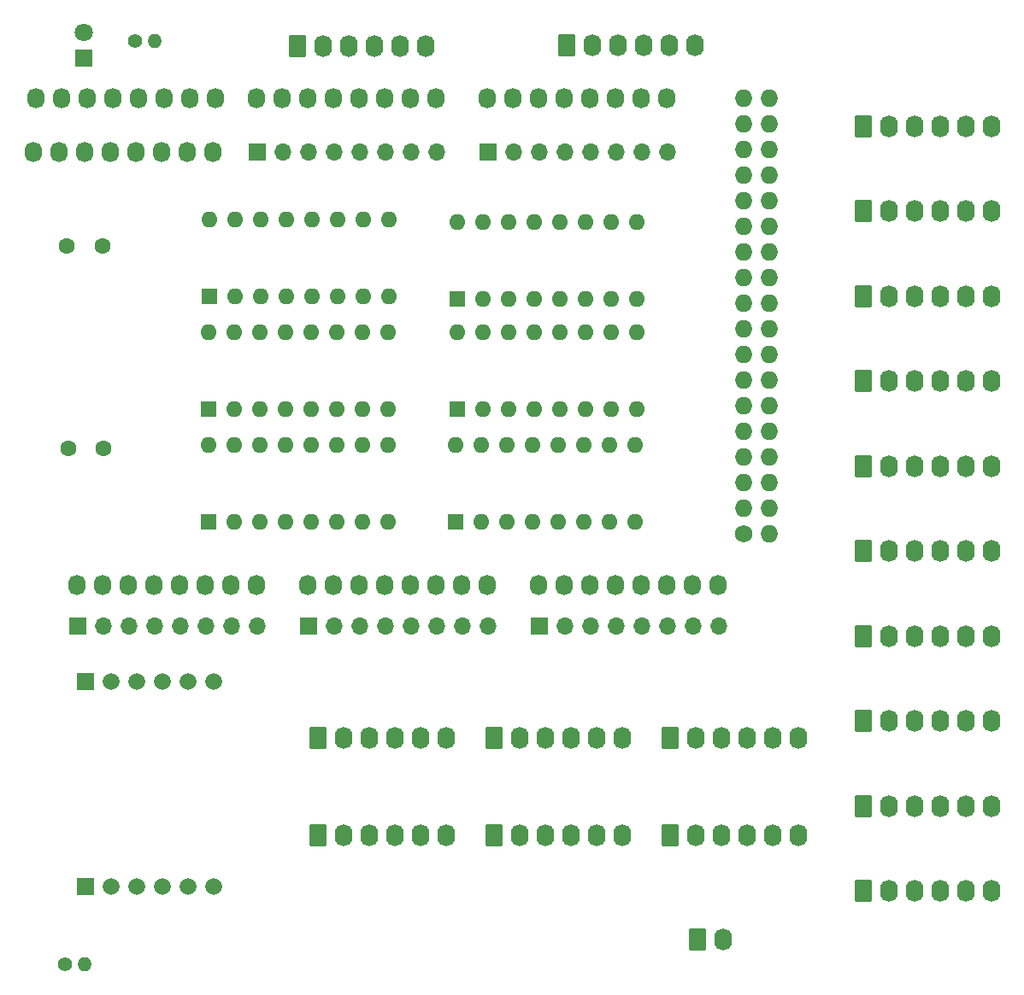
<source format=gbr>
G04 #@! TF.GenerationSoftware,KiCad,Pcbnew,7.0.9*
G04 #@! TF.CreationDate,2024-01-20T11:08:54+10:00*
G04 #@! TF.ProjectId,Front Console 12 Stepper,46726f6e-7420-4436-9f6e-736f6c652031,rev?*
G04 #@! TF.SameCoordinates,Original*
G04 #@! TF.FileFunction,Soldermask,Bot*
G04 #@! TF.FilePolarity,Negative*
%FSLAX46Y46*%
G04 Gerber Fmt 4.6, Leading zero omitted, Abs format (unit mm)*
G04 Created by KiCad (PCBNEW 7.0.9) date 2024-01-20 11:08:54*
%MOMM*%
%LPD*%
G01*
G04 APERTURE LIST*
G04 Aperture macros list*
%AMRoundRect*
0 Rectangle with rounded corners*
0 $1 Rounding radius*
0 $2 $3 $4 $5 $6 $7 $8 $9 X,Y pos of 4 corners*
0 Add a 4 corners polygon primitive as box body*
4,1,4,$2,$3,$4,$5,$6,$7,$8,$9,$2,$3,0*
0 Add four circle primitives for the rounded corners*
1,1,$1+$1,$2,$3*
1,1,$1+$1,$4,$5*
1,1,$1+$1,$6,$7*
1,1,$1+$1,$8,$9*
0 Add four rect primitives between the rounded corners*
20,1,$1+$1,$2,$3,$4,$5,0*
20,1,$1+$1,$4,$5,$6,$7,0*
20,1,$1+$1,$6,$7,$8,$9,0*
20,1,$1+$1,$8,$9,$2,$3,0*%
G04 Aperture macros list end*
%ADD10C,1.727200*%
%ADD11O,1.727200X1.727200*%
%ADD12O,1.727200X2.032000*%
%ADD13R,1.800000X1.800000*%
%ADD14C,1.800000*%
%ADD15RoundRect,0.250000X-0.620000X-0.845000X0.620000X-0.845000X0.620000X0.845000X-0.620000X0.845000X0*%
%ADD16O,1.740000X2.190000*%
%ADD17R,1.700000X1.700000*%
%ADD18O,1.700000X1.700000*%
%ADD19R,1.600000X1.600000*%
%ADD20O,1.600000X1.600000*%
%ADD21C,1.400000*%
%ADD22O,1.400000X1.400000*%
%ADD23C,1.600000*%
%ADD24R,1.665000X1.665000*%
%ADD25C,1.665000*%
G04 APERTURE END LIST*
D10*
X197358000Y-114046000D03*
D11*
X199898000Y-114046000D03*
X197358000Y-111506000D03*
X199898000Y-111506000D03*
X197358000Y-108966000D03*
X199898000Y-108966000D03*
X197358000Y-106426000D03*
X199898000Y-106426000D03*
X197358000Y-103886000D03*
X199898000Y-103886000D03*
X197358000Y-101346000D03*
X199898000Y-101346000D03*
X197358000Y-98806000D03*
X199898000Y-98806000D03*
X197358000Y-96266000D03*
X199898000Y-96266000D03*
X197358000Y-93726000D03*
X199898000Y-93726000D03*
X197358000Y-91186000D03*
X199898000Y-91186000D03*
X197358000Y-88646000D03*
X199898000Y-88646000D03*
X197358000Y-86106000D03*
X199898000Y-86106000D03*
X197358000Y-83566000D03*
X199898000Y-83566000D03*
X197358000Y-81026000D03*
X199898000Y-81026000D03*
X197358000Y-78486000D03*
X199898000Y-78486000D03*
X197358000Y-75946000D03*
X199898000Y-75946000D03*
X197358000Y-73406000D03*
X199898000Y-73406000D03*
X197358000Y-70866000D03*
X199898000Y-70866000D03*
D12*
X131318000Y-119126000D03*
X133858000Y-119126000D03*
X136398000Y-119126000D03*
X138938000Y-119126000D03*
X141478000Y-119126000D03*
X144018000Y-119126000D03*
X146558000Y-119126000D03*
X149098000Y-119126000D03*
X177038000Y-119126000D03*
X179578000Y-119126000D03*
X182118000Y-119126000D03*
X184658000Y-119126000D03*
X187198000Y-119126000D03*
X189738000Y-119126000D03*
X192278000Y-119126000D03*
X194818000Y-119126000D03*
X127254000Y-70866000D03*
X129794000Y-70866000D03*
X132334000Y-70866000D03*
X134874000Y-70866000D03*
X137414000Y-70866000D03*
X139954000Y-70866000D03*
X142494000Y-70866000D03*
X145034000Y-70866000D03*
X149098000Y-70866000D03*
X151638000Y-70866000D03*
X154178000Y-70866000D03*
X156718000Y-70866000D03*
X159258000Y-70866000D03*
X161798000Y-70866000D03*
X164338000Y-70866000D03*
X166878000Y-70866000D03*
X171958000Y-70866000D03*
X174498000Y-70866000D03*
X177038000Y-70866000D03*
X179578000Y-70866000D03*
X182118000Y-70866000D03*
X184658000Y-70866000D03*
X187198000Y-70866000D03*
X189738000Y-70866000D03*
D13*
X131978400Y-66903600D03*
D14*
X131978400Y-64363600D03*
D15*
X153162000Y-65684400D03*
D16*
X155702000Y-65684400D03*
X158242000Y-65684400D03*
X160782000Y-65684400D03*
X163322000Y-65684400D03*
X165862000Y-65684400D03*
D17*
X172085000Y-76200000D03*
D18*
X174625000Y-76200000D03*
X177165000Y-76200000D03*
X179705000Y-76200000D03*
X182245000Y-76200000D03*
X184785000Y-76200000D03*
X187325000Y-76200000D03*
X189865000Y-76200000D03*
D15*
X209194400Y-115753900D03*
D16*
X211734400Y-115753900D03*
X214274400Y-115753900D03*
X216814400Y-115753900D03*
X219354400Y-115753900D03*
X221894400Y-115753900D03*
D15*
X209194400Y-98904000D03*
D16*
X211734400Y-98904000D03*
X214274400Y-98904000D03*
X216814400Y-98904000D03*
X219354400Y-98904000D03*
X221894400Y-98904000D03*
D17*
X149225000Y-76200000D03*
D18*
X151765000Y-76200000D03*
X154305000Y-76200000D03*
X156845000Y-76200000D03*
X159385000Y-76200000D03*
X161925000Y-76200000D03*
X164465000Y-76200000D03*
X167005000Y-76200000D03*
D19*
X144373600Y-112877600D03*
D20*
X146913600Y-112877600D03*
X149453600Y-112877600D03*
X151993600Y-112877600D03*
X154533600Y-112877600D03*
X157073600Y-112877600D03*
X159613600Y-112877600D03*
X162153600Y-112877600D03*
X162153600Y-105257600D03*
X159613600Y-105257600D03*
X157073600Y-105257600D03*
X154533600Y-105257600D03*
X151993600Y-105257600D03*
X149453600Y-105257600D03*
X146913600Y-105257600D03*
X144373600Y-105257600D03*
D15*
X172694600Y-143916400D03*
D16*
X175234600Y-143916400D03*
X177774600Y-143916400D03*
X180314600Y-143916400D03*
X182854600Y-143916400D03*
X185394600Y-143916400D03*
D17*
X154305000Y-123190000D03*
D18*
X156845000Y-123190000D03*
X159385000Y-123190000D03*
X161925000Y-123190000D03*
X164465000Y-123190000D03*
X167005000Y-123190000D03*
X169545000Y-123190000D03*
X172085000Y-123190000D03*
D15*
X155244800Y-143916400D03*
D16*
X157784800Y-143916400D03*
X160324800Y-143916400D03*
X162864800Y-143916400D03*
X165404800Y-143916400D03*
X167944800Y-143916400D03*
D15*
X155244800Y-134315200D03*
D16*
X157784800Y-134315200D03*
X160324800Y-134315200D03*
X162864800Y-134315200D03*
X165404800Y-134315200D03*
X167944800Y-134315200D03*
D21*
X137109200Y-65227200D03*
D22*
X139009200Y-65227200D03*
D15*
X179832000Y-65582800D03*
D16*
X182372000Y-65582800D03*
X184912000Y-65582800D03*
X187452000Y-65582800D03*
X189992000Y-65582800D03*
X192532000Y-65582800D03*
D23*
X130454400Y-105613200D03*
X133954400Y-105613200D03*
D19*
X168859200Y-112877600D03*
D20*
X171399200Y-112877600D03*
X173939200Y-112877600D03*
X176479200Y-112877600D03*
X179019200Y-112877600D03*
X181559200Y-112877600D03*
X184099200Y-112877600D03*
X186639200Y-112877600D03*
X186639200Y-105257600D03*
X184099200Y-105257600D03*
X181559200Y-105257600D03*
X179019200Y-105257600D03*
X176479200Y-105257600D03*
X173939200Y-105257600D03*
X171399200Y-105257600D03*
X168859200Y-105257600D03*
D12*
X154178000Y-119126000D03*
X156718000Y-119126000D03*
X159258000Y-119126000D03*
X161798000Y-119126000D03*
X164338000Y-119126000D03*
X166878000Y-119126000D03*
X169418000Y-119126000D03*
X171958000Y-119126000D03*
D21*
X130180000Y-156718000D03*
D22*
X132080000Y-156718000D03*
D15*
X209194400Y-141028700D03*
D16*
X211734400Y-141028700D03*
X214274400Y-141028700D03*
X216814400Y-141028700D03*
X219354400Y-141028700D03*
X221894400Y-141028700D03*
D15*
X209194400Y-90479100D03*
D16*
X211734400Y-90479100D03*
X214274400Y-90479100D03*
X216814400Y-90479100D03*
X219354400Y-90479100D03*
X221894400Y-90479100D03*
D15*
X190093600Y-134315200D03*
D16*
X192633600Y-134315200D03*
X195173600Y-134315200D03*
X197713600Y-134315200D03*
X200253600Y-134315200D03*
X202793600Y-134315200D03*
D15*
X192786000Y-154228800D03*
D16*
X195326000Y-154228800D03*
D19*
X169011600Y-90779600D03*
D20*
X171551600Y-90779600D03*
X174091600Y-90779600D03*
X176631600Y-90779600D03*
X179171600Y-90779600D03*
X181711600Y-90779600D03*
X184251600Y-90779600D03*
X186791600Y-90779600D03*
X186791600Y-83159600D03*
X184251600Y-83159600D03*
X181711600Y-83159600D03*
X179171600Y-83159600D03*
X176631600Y-83159600D03*
X174091600Y-83159600D03*
X171551600Y-83159600D03*
X169011600Y-83159600D03*
D19*
X169011600Y-101701600D03*
D20*
X171551600Y-101701600D03*
X174091600Y-101701600D03*
X176631600Y-101701600D03*
X179171600Y-101701600D03*
X181711600Y-101701600D03*
X184251600Y-101701600D03*
X186791600Y-101701600D03*
X186791600Y-94081600D03*
X184251600Y-94081600D03*
X181711600Y-94081600D03*
X179171600Y-94081600D03*
X176631600Y-94081600D03*
X174091600Y-94081600D03*
X171551600Y-94081600D03*
X169011600Y-94081600D03*
D15*
X209194400Y-82054100D03*
D16*
X211734400Y-82054100D03*
X214274400Y-82054100D03*
X216814400Y-82054100D03*
X219354400Y-82054100D03*
X221894400Y-82054100D03*
D24*
X132181600Y-149047200D03*
D25*
X134721600Y-149047200D03*
X137261600Y-149047200D03*
X139801600Y-149047200D03*
X142341600Y-149047200D03*
X144881600Y-149047200D03*
D24*
X132181600Y-128727200D03*
D25*
X134721600Y-128727200D03*
X137261600Y-128727200D03*
X139801600Y-128727200D03*
X142341600Y-128727200D03*
X144881600Y-128727200D03*
D15*
X209194400Y-124178800D03*
D16*
X211734400Y-124178800D03*
X214274400Y-124178800D03*
X216814400Y-124178800D03*
X219354400Y-124178800D03*
X221894400Y-124178800D03*
D23*
X130352800Y-85496400D03*
X133852800Y-85496400D03*
D12*
X127000000Y-76200000D03*
X129540000Y-76200000D03*
X132080000Y-76200000D03*
X134620000Y-76200000D03*
X137160000Y-76200000D03*
X139700000Y-76200000D03*
X142240000Y-76200000D03*
X144780000Y-76200000D03*
D15*
X190093600Y-143916400D03*
D16*
X192633600Y-143916400D03*
X195173600Y-143916400D03*
X197713600Y-143916400D03*
X200253600Y-143916400D03*
X202793600Y-143916400D03*
D15*
X172694600Y-134315200D03*
D16*
X175234600Y-134315200D03*
X177774600Y-134315200D03*
X180314600Y-134315200D03*
X182854600Y-134315200D03*
X185394600Y-134315200D03*
D17*
X177165000Y-123190000D03*
D18*
X179705000Y-123190000D03*
X182245000Y-123190000D03*
X184785000Y-123190000D03*
X187325000Y-123190000D03*
X189865000Y-123190000D03*
X192405000Y-123190000D03*
X194945000Y-123190000D03*
D15*
X209194400Y-73629200D03*
D16*
X211734400Y-73629200D03*
X214274400Y-73629200D03*
X216814400Y-73629200D03*
X219354400Y-73629200D03*
X221894400Y-73629200D03*
D15*
X209194400Y-132603700D03*
D16*
X211734400Y-132603700D03*
X214274400Y-132603700D03*
X216814400Y-132603700D03*
X219354400Y-132603700D03*
X221894400Y-132603700D03*
D19*
X144424400Y-90525600D03*
D20*
X146964400Y-90525600D03*
X149504400Y-90525600D03*
X152044400Y-90525600D03*
X154584400Y-90525600D03*
X157124400Y-90525600D03*
X159664400Y-90525600D03*
X162204400Y-90525600D03*
X162204400Y-82905600D03*
X159664400Y-82905600D03*
X157124400Y-82905600D03*
X154584400Y-82905600D03*
X152044400Y-82905600D03*
X149504400Y-82905600D03*
X146964400Y-82905600D03*
X144424400Y-82905600D03*
D19*
X144373600Y-101701600D03*
D20*
X146913600Y-101701600D03*
X149453600Y-101701600D03*
X151993600Y-101701600D03*
X154533600Y-101701600D03*
X157073600Y-101701600D03*
X159613600Y-101701600D03*
X162153600Y-101701600D03*
X162153600Y-94081600D03*
X159613600Y-94081600D03*
X157073600Y-94081600D03*
X154533600Y-94081600D03*
X151993600Y-94081600D03*
X149453600Y-94081600D03*
X146913600Y-94081600D03*
X144373600Y-94081600D03*
D15*
X209194400Y-149453600D03*
D16*
X211734400Y-149453600D03*
X214274400Y-149453600D03*
X216814400Y-149453600D03*
X219354400Y-149453600D03*
X221894400Y-149453600D03*
D17*
X131445000Y-123190000D03*
D18*
X133985000Y-123190000D03*
X136525000Y-123190000D03*
X139065000Y-123190000D03*
X141605000Y-123190000D03*
X144145000Y-123190000D03*
X146685000Y-123190000D03*
X149225000Y-123190000D03*
D15*
X209194400Y-107328900D03*
D16*
X211734400Y-107328900D03*
X214274400Y-107328900D03*
X216814400Y-107328900D03*
X219354400Y-107328900D03*
X221894400Y-107328900D03*
M02*

</source>
